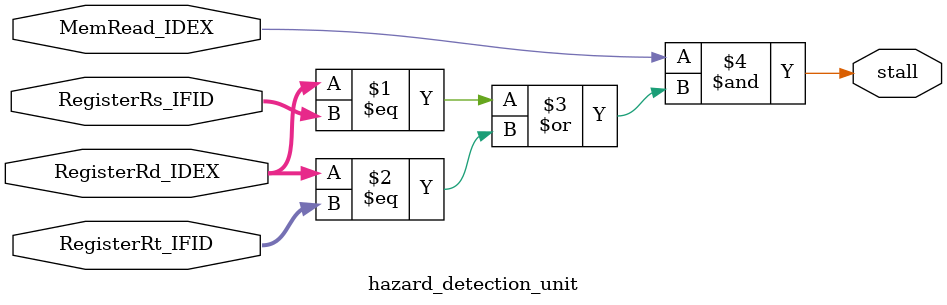
<source format=v>
module hazard_detection_unit(
    //inputs
    input MemRead_IDEX,
    input [2:0] RegisterRd_IDEX,
    input [2:0] RegisterRs_IFID,
    input [2:0] RegisterRt_IFID,
    //outputs
    output stall
    
);
    //This is the only stall situation when forwarding is correctly implemented and forwarding decision is solved by Execution Stage
    assign stall = (MemRead_IDEX) & ((RegisterRd_IDEX == RegisterRs_IFID) | (RegisterRd_IDEX == RegisterRt_IFID));

endmodule
</source>
